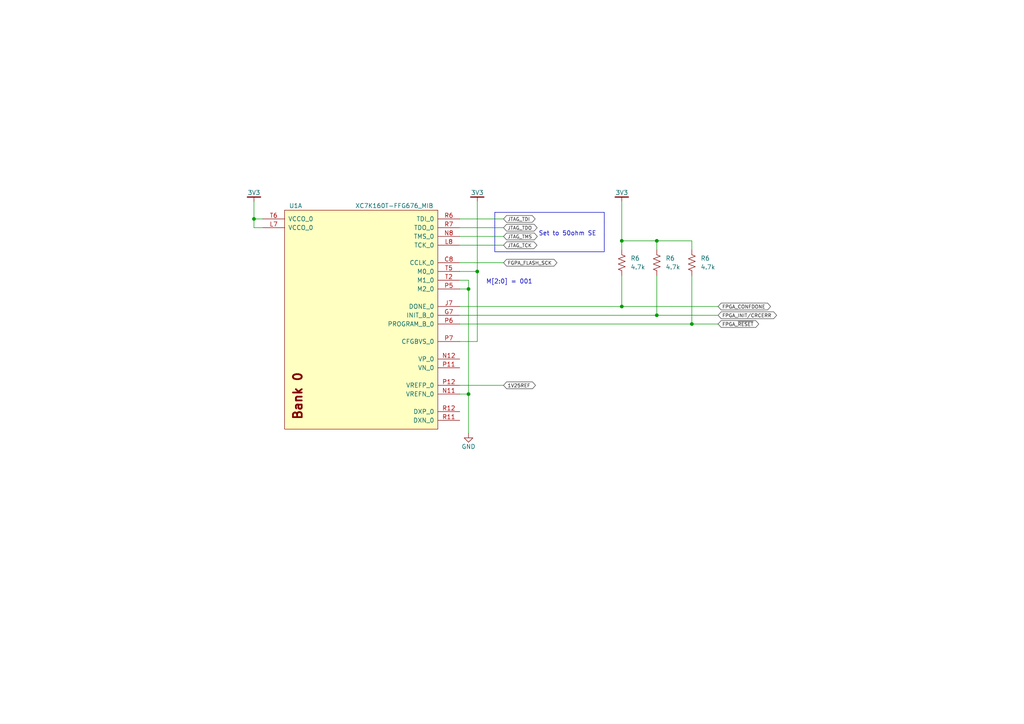
<source format=kicad_sch>
(kicad_sch (version 20230121) (generator eeschema)
  (paper "A4")
  (title_block (title "FPGA Bank 0 (Configuration) I/O") (date "2023-12-18") (rev "A") (company "Jordan Harris-Toovy") (comment 1 "Mainboard for Capstone Project at Oregon Tech"))
  (junction (at 180.34 69.85))
  (junction (at 73.66 63.5))
  (junction (at 180.34 88.9))
  (junction (at 138.43 78.74))
  (junction (at 135.89 114.3))
  (junction (at 190.5 69.85))
  (junction (at 200.66 93.98))
  (junction (at 190.5 91.44))
  (junction (at 135.89 83.82))
  (wire (pts (xy 200.66 93.98) (xy 208.28 93.98)))
  (wire (pts (xy 135.89 83.82) (xy 135.89 114.3)))
  (wire (pts (xy 180.34 69.85) (xy 180.34 58.42)))
  (wire (pts (xy 135.89 114.3) (xy 135.89 125.73)))
  (polyline (pts (xy 149.86 73.025) (xy 175.26 73.025)))
  (wire (pts (xy 190.5 69.85) (xy 190.5 72.39)))
  (wire (pts (xy 133.35 71.12) (xy 146.05 71.12)))
  (wire (pts (xy 133.35 93.98) (xy 200.66 93.98)))
  (wire (pts (xy 133.35 111.76) (xy 146.05 111.76)))
  (wire (pts (xy 133.35 91.44) (xy 190.5 91.44)))
  (wire (pts (xy 133.35 68.58) (xy 146.05 68.58)))
  (polyline (pts (xy 175.26 64.77) (xy 175.26 63.5)))
  (wire (pts (xy 73.66 63.5) (xy 73.66 66.04)))
  (wire (pts (xy 138.43 78.74) (xy 133.35 78.74)))
  (wire (pts (xy 133.35 76.2) (xy 146.05 76.2)))
  (wire (pts (xy 200.66 93.98) (xy 200.66 80.01)))
  (wire (pts (xy 200.66 72.39) (xy 200.66 69.85)))
  (wire (pts (xy 190.5 80.01) (xy 190.5 91.44)))
  (polyline (pts (xy 175.26 61.595) (xy 175.26 63.5)))
  (wire (pts (xy 180.34 80.01) (xy 180.34 88.9)))
  (wire (pts (xy 133.35 88.9) (xy 180.34 88.9)))
  (polyline (pts (xy 175.26 69.215) (xy 175.26 73.025)))
  (wire (pts (xy 133.35 66.04) (xy 146.05 66.04)))
  (wire (pts (xy 138.43 58.42) (xy 138.43 78.74)))
  (wire (pts (xy 135.89 81.28) (xy 135.89 83.82)))
  (wire (pts (xy 190.5 91.44) (xy 208.28 91.44)))
  (wire (pts (xy 133.35 81.28) (xy 135.89 81.28)))
  (polyline (pts (xy 175.26 68.58) (xy 175.26 64.135)))
  (wire (pts (xy 73.66 66.04) (xy 76.2 66.04)))
  (wire (pts (xy 73.66 58.42) (xy 73.66 63.5)))
  (polyline (pts (xy 143.51 73.025) (xy 149.86 73.025)))
  (wire (pts (xy 133.35 99.06) (xy 138.43 99.06)))
  (wire (pts (xy 73.66 63.5) (xy 76.2 63.5)))
  (polyline (pts (xy 143.51 61.595) (xy 143.51 73.025)))
  (polyline (pts (xy 143.51 61.595) (xy 175.26 61.595)))
  (polyline (pts (xy 175.26 69.215) (xy 175.26 67.945)))
  (wire (pts (xy 180.34 88.9) (xy 208.28 88.9)))
  (wire (pts (xy 138.43 99.06) (xy 138.43 78.74)))
  (wire (pts (xy 180.34 69.85) (xy 180.34 72.39)))
  (wire (pts (xy 190.5 69.85) (xy 200.66 69.85)))
  (wire (pts (xy 133.35 114.3) (xy 135.89 114.3)))
  (wire (pts (xy 133.35 63.5) (xy 146.05 63.5)))
  (wire (pts (xy 180.34 69.85) (xy 190.5 69.85)))
  (wire (pts (xy 133.35 83.82) (xy 135.89 83.82)))
  (text "Set to 50ohm SE" (at 156.21 68.58 0) (effects (font (size 1.27 1.27)) (justify left bottom)))
  (text "M[2:0] = 001" (at 140.97 82.55 0) (effects (font (size 1.27 1.27)) (justify left bottom)))
  (global_label "FPGA_INIT{slash}CRCERR" (shape bidirectional) (at 208.28 91.44 0) (effects (font (size 1 1))) (property "Intersheetrefs" "${INTERSHEET_REFS}" (effects hide)))
  (global_label "JTAG_TMS" (shape bidirectional) (at 146.05 68.58 0) (effects (font (size 1 1))) (property "Intersheetrefs" "${INTERSHEET_REFS}" (effects hide)))
  (global_label "FPGA_~{RESET}" (shape bidirectional) (at 208.28 93.98 0) (effects (font (size 1 1))) (property "Intersheetrefs" "${INTERSHEET_REFS}" (effects hide)))
  (global_label "JTAG_TCK" (shape bidirectional) (at 146.05 71.12 0) (effects (font (size 1 1))) (property "Intersheetrefs" "${INTERSHEET_REFS}" (effects hide)))
  (global_label "FGPA_FLASH_SCK" (shape bidirectional) (at 146.05 76.2 0) (effects (font (size 1 1))) (property "Intersheetrefs" "${INTERSHEET_REFS}" (effects hide)))
  (global_label "JTAG_TDO" (shape bidirectional) (at 146.05 66.04 0) (effects (font (size 1 1))) (property "Intersheetrefs" "${INTERSHEET_REFS}" (effects hide)))
  (global_label "FPGA_CONFDONE" (shape bidirectional) (at 208.28 88.9 0) (effects (font (size 1 1))) (property "Intersheetrefs" "${INTERSHEET_REFS}" (effects hide)))
  (global_label "JTAG_TDI" (shape bidirectional) (at 146.05 63.5 0) (effects (font (size 1 1))) (property "Intersheetrefs" "${INTERSHEET_REFS}" (effects hide)))
  (global_label "1V25REF" (shape bidirectional) (at 146.05 111.76 0) (effects (font (size 1 1))) (property "Intersheetrefs" "${INTERSHEET_REFS}" (effects hide)))
  (symbol (lib_id "Capstone_Library:3V3") (at 138.43 57.15 0) (unit 1) (in_bom no) (on_board no)
    (property "Reference" "#PWR076" (effects hide))
    (property "Value" "3V3" (at 138.43 55.88 0))
  )
  (symbol (lib_id "power:GND") (at 135.89 125.73 0) (unit 1)
    (property "Reference" "#PWR022" (effects hide))
    (property "Value" "GND" (at 135.89 129.54 0))
  )
  (symbol (lib_id "Capstone_Library:3V3") (at 180.34 57.15 0) (unit 1) (in_bom no) (on_board no)
    (property "Reference" "#PWR079" (effects hide))
    (property "Value" "3V3" (at 180.34 55.88 0))
  )
  (symbol (lib_id "Capstone_Library:3V3") (at 73.66 57.15 0) (unit 1) (in_bom no) (on_board no)
    (property "Reference" "#PWR03" (effects hide))
    (property "Value" "3V3" (at 73.66 55.88 0))
  )
  (symbol (lib_id "Capstone_Library:XC7K160T-FFG676_MIB") (at 104.14 60.96 0) (unit 1)
    (property "Reference" "U1" (at 83.82 59.69 0) (effects (justify left)))
    (property "Value" "XC7K160T-FFG676_MIB" (at 125.73 59.69 0) (effects (justify right)))
    (property "Footprint" "Capstone_Library:Xilinx_FFG676_MOD" (effects hide))
  )
  (symbol (lib_id "Device:R_US") (at 200.66 76.2 0) (unit 1)
    (property "Reference" "R6" (at 203.2 74.93 0) (effects (justify left)))
    (property "Value" "4.7k" (at 203.2 77.47 0) (effects (justify left)))
    (instances (project "Capstone_Project_Mainboard" (path "" (reference "R6") (unit 1)) (path "" (reference "R11") (unit 1))))
  )
  (symbol (lib_id "Device:R_US") (at 190.5 76.2 0) (unit 1)
    (property "Reference" "R6" (at 193.04 74.93 0) (effects (justify left)))
    (property "Value" "4.7k" (at 193.04 77.47 0) (effects (justify left)))
    (instances (project "Capstone_Project_Mainboard" (path "" (reference "R6") (unit 1)) (path "" (reference "R8") (unit 1))))
  )
  (symbol (lib_id "Device:R_US") (at 180.34 76.2 0) (unit 1)
    (property "Reference" "R6" (at 182.88 74.93 0) (effects (justify left)))
    (property "Value" "4.7k" (at 182.88 77.47 0) (effects (justify left)))
    (instances (project "Capstone_Project_Mainboard" (path "" (reference "R6") (unit 1)) (path "" (reference "R10") (unit 1))))
  )
)
</source>
